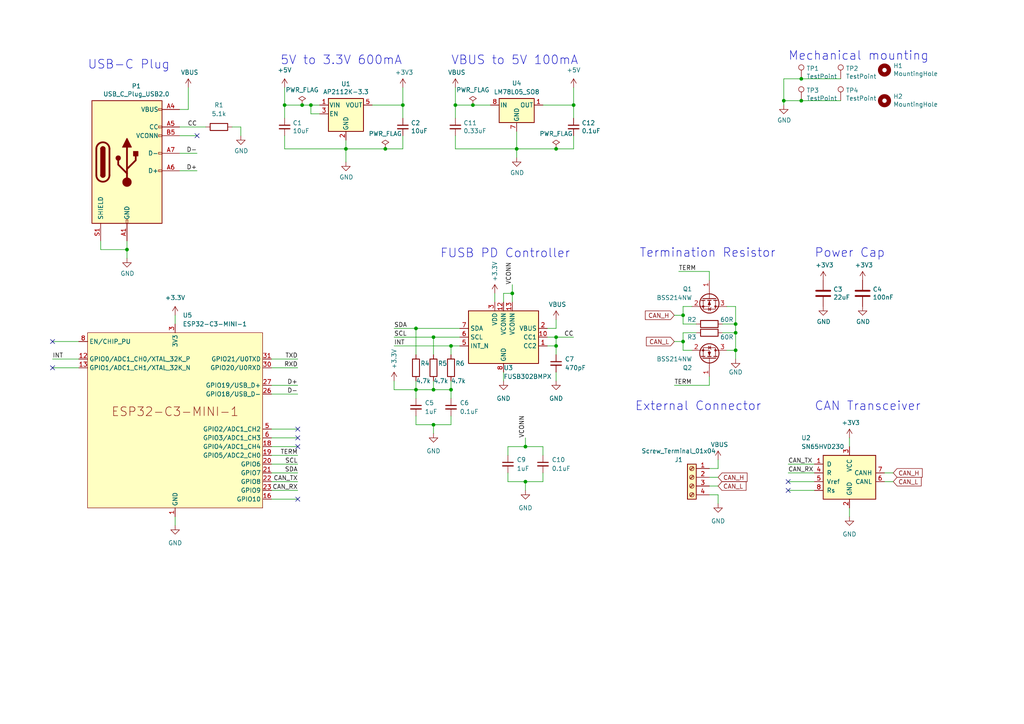
<source format=kicad_sch>
(kicad_sch (version 20230121) (generator eeschema)
  (paper "A4")
  (title_block (title "Expansion Card Template") (date "2020-12-12") (rev "X1") (company "Framework") (comment 1 "This work is licensed under a Creative Commons Attribution 4.0 International License") (comment 4 "https://frame.work"))
  (lib_symbols
    (symbol "Connector:Screw_Terminal_01x04" (pin_names (offset 1.016) hide)
      (property "Reference" "J" (at 0 5.08 0))
      (property "Value" "Screw_Terminal_01x04" (at 0 -7.62 0))
      (symbol "Screw_Terminal_01x04_1_1"
        (rectangle (start -1.27 3.81) (end 1.27 -6.35) (stroke (width 0.254)) (fill (type background)))
        (circle (center 0 -5.08) (radius 0.635) (stroke (width 0.1524)))
        (circle (center 0 -2.54) (radius 0.635) (stroke (width 0.1524)))
        (polyline (pts (xy -0.5334 -4.7498) (xy 0.3302 -5.588)) (stroke (width 0.1524)))
        (polyline (pts (xy -0.5334 -2.2098) (xy 0.3302 -3.048)) (stroke (width 0.1524)))
        (polyline (pts (xy -0.5334 0.3302) (xy 0.3302 -0.508)) (stroke (width 0.1524)))
        (polyline (pts (xy -0.5334 2.8702) (xy 0.3302 2.032)) (stroke (width 0.1524)))
        (polyline (pts (xy -0.3556 -4.572) (xy 0.508 -5.4102)) (stroke (width 0.1524)))
        (polyline (pts (xy -0.3556 -2.032) (xy 0.508 -2.8702)) (stroke (width 0.1524)))
        (polyline (pts (xy -0.3556 0.508) (xy 0.508 -0.3302)) (stroke (width 0.1524)))
        (polyline (pts (xy -0.3556 3.048) (xy 0.508 2.2098)) (stroke (width 0.1524)))
        (circle (center 0 0) (radius 0.635) (stroke (width 0.1524)))
        (circle (center 0 2.54) (radius 0.635) (stroke (width 0.1524)))
        (pin passive line (at -5.08 2.54 0) (length 3.81) (name "Pin_1") (number "1"))
        (pin passive line (at -5.08 0 0) (length 3.81) (name "Pin_2") (number "2"))
        (pin passive line (at -5.08 -2.54 0) (length 3.81) (name "Pin_3") (number "3"))
        (pin passive line (at -5.08 -5.08 0) (length 3.81) (name "Pin_4") (number "4"))
      )
    )
    (symbol "Connector:TestPoint" (pin_numbers hide) (pin_names (offset 0.762) hide)
      (property "Reference" "TP" (at 0 6.858 0))
      (property "Value" "TestPoint" (at 0 5.08 0))
      (symbol "TestPoint_0_1"
        (circle (center 0 3.302) (radius 0.762))
      )
      (symbol "TestPoint_1_1"
        (pin passive line (at 0 0 90) (length 2.54) (name "1") (number "1"))
      )
    )
    (symbol "Connector:USB_C_Plug_USB2.0" (pin_names (offset 1.016))
      (property "Reference" "P" (at -10.16 19.05 0))
      (property "Value" "USB_C_Plug_USB2.0" (at 12.7 19.05 0))
      (symbol "USB_C_Plug_USB2.0_0_0"
        (rectangle (start -0.254 -17.78) (end 0.254 -16.764))
        (rectangle (start 10.16 -2.286) (end 9.144 -2.794))
        (rectangle (start 10.16 2.794) (end 9.144 2.286))
        (rectangle (start 10.16 7.874) (end 9.144 7.366))
        (rectangle (start 10.16 10.414) (end 9.144 9.906))
        (rectangle (start 10.16 15.494) (end 9.144 14.986))
      )
      (symbol "USB_C_Plug_USB2.0_0_1"
        (rectangle (start -10.16 17.78) (end 10.16 -17.78) (stroke (width 0.254)) (fill (type background)))
        (arc (start -8.89 -3.81) (mid -6.985 -5.7067) (end -5.08 -3.81) (stroke (width 0.508)))
        (arc (start -7.62 -3.81) (mid -6.985 -4.4423) (end -6.35 -3.81) (stroke (width 0.254)))
        (arc (start -7.62 -3.81) (mid -6.985 -4.4423) (end -6.35 -3.81) (stroke (width 0.254)) (fill (type outline)))
        (rectangle (start -7.62 -3.81) (end -6.35 3.81) (stroke (width 0.254)) (fill (type outline)))
        (arc (start -6.35 3.81) (mid -6.985 4.4423) (end -7.62 3.81) (stroke (width 0.254)))
        (arc (start -6.35 3.81) (mid -6.985 4.4423) (end -7.62 3.81) (stroke (width 0.254)) (fill (type outline)))
        (arc (start -5.08 3.81) (mid -6.985 5.7067) (end -8.89 3.81) (stroke (width 0.508)))
        (circle (center -2.54 1.143) (radius 0.635) (stroke (width 0.254)) (fill (type outline)))
        (circle (center 0 -5.842) (radius 1.27) (fill (type outline)))
        (polyline (pts (xy -8.89 -3.81) (xy -8.89 3.81)) (stroke (width 0.508)))
        (polyline (pts (xy -5.08 3.81) (xy -5.08 -3.81)) (stroke (width 0.508)))
        (polyline (pts (xy 0 -5.842) (xy 0 4.318)) (stroke (width 0.508)))
        (polyline (pts (xy 0 -3.302) (xy -2.54 -0.762) (xy -2.54 0.508)) (stroke (width 0.508)))
        (polyline (pts (xy 0 -2.032) (xy 2.54 0.508) (xy 2.54 1.778)) (stroke (width 0.508)))
        (polyline (pts (xy -1.27 4.318) (xy 0 6.858) (xy 1.27 4.318) (xy -1.27 4.318)) (stroke (width 0.254)) (fill (type outline)))
        (rectangle (start 1.905 1.778) (end 3.175 3.048) (stroke (width 0.254)) (fill (type outline)))
      )
      (symbol "USB_C_Plug_USB2.0_1_1"
        (pin passive line (at 0 -22.86 90) (length 5.08) (name "GND") (number "A1"))
        (pin passive line (at 0 -22.86 90) (length 5.08) hide (name "GND") (number "A12"))
        (pin passive line (at 15.24 15.24 180) (length 5.08) (name "VBUS") (number "A4"))
        (pin bidirectional line (at 15.24 10.16 180) (length 5.08) (name "CC") (number "A5"))
        (pin bidirectional line (at 15.24 -2.54 180) (length 5.08) (name "D+") (number "A6"))
        (pin bidirectional line (at 15.24 2.54 180) (length 5.08) (name "D-") (number "A7"))
        (pin passive line (at 15.24 15.24 180) (length 5.08) hide (name "VBUS") (number "A9"))
        (pin passive line (at 0 -22.86 90) (length 5.08) hide (name "GND") (number "B1"))
        (pin passive line (at 0 -22.86 90) (length 5.08) hide (name "GND") (number "B12"))
        (pin passive line (at 15.24 15.24 180) (length 5.08) hide (name "VBUS") (number "B4"))
        (pin bidirectional line (at 15.24 7.62 180) (length 5.08) (name "VCONN") (number "B5"))
        (pin passive line (at 15.24 15.24 180) (length 5.08) hide (name "VBUS") (number "B9"))
        (pin passive line (at -7.62 -22.86 90) (length 5.08) (name "SHIELD") (number "S1"))
      )
    )
    (symbol "Device:C" (pin_numbers hide) (pin_names (offset 0.254))
      (property "Reference" "C" (at 0.635 2.54 0))
      (property "Value" "C" (at 0.635 -2.54 0))
      (symbol "C_0_1"
        (polyline (pts (xy -2.032 -0.762) (xy 2.032 -0.762)) (stroke (width 0.508)))
        (polyline (pts (xy -2.032 0.762) (xy 2.032 0.762)) (stroke (width 0.508)))
      )
      (symbol "C_1_1"
        (pin passive line (at 0 3.81 270) (length 2.794) (name "~") (number "1"))
        (pin passive line (at 0 -3.81 90) (length 2.794) (name "~") (number "2"))
      )
    )
    (symbol "Device:C_Small" (pin_numbers hide) (pin_names (offset 0.254) hide)
      (property "Reference" "C" (at 0.254 1.778 0))
      (property "Value" "C_Small" (at 0.254 -2.032 0))
      (symbol "C_Small_0_1"
        (polyline (pts (xy -1.524 -0.508) (xy 1.524 -0.508)) (stroke (width 0.3302)))
        (polyline (pts (xy -1.524 0.508) (xy 1.524 0.508)) (stroke (width 0.3048)))
      )
      (symbol "C_Small_1_1"
        (pin passive line (at 0 2.54 270) (length 2.032) (name "~") (number "1"))
        (pin passive line (at 0 -2.54 90) (length 2.032) (name "~") (number "2"))
      )
    )
    (symbol "Device:R" (pin_numbers hide) (pin_names (offset 0))
      (property "Reference" "R" (at 2.032 0 90))
      (property "Value" "R" (at 0 0 90))
      (symbol "R_0_1"
        (rectangle (start -1.016 -2.54) (end 1.016 2.54) (stroke (width 0.254)))
      )
      (symbol "R_1_1"
        (pin passive line (at 0 3.81 270) (length 1.27) (name "~") (number "1"))
        (pin passive line (at 0 -3.81 90) (length 1.27) (name "~") (number "2"))
      )
    )
    (symbol "Espressif:ESP32-C3-MINI-1"
      (property "Reference" "U" (at -25.4 30.48 0))
      (property "Value" "ESP32-C3-MINI-1" (at -25.4 27.94 0))
      (symbol "ESP32-C3-MINI-1_0_0"
        (text "ESP32-C3-MINI-1" (at 0 2.54 0) (effects (font (size 2.54 2.54))))
      )
      (symbol "ESP32-C3-MINI-1_0_1"
        (rectangle (start -25.4 25.4) (end 25.4 -25.4) (fill (type background)))
      )
      (symbol "ESP32-C3-MINI-1_1_1"
        (pin power_in line (at 0 -27.94 90) (length 2.54) (name "GND") (number "1"))
        (pin no_connect line (at -25.4 2.54 0) (length 2.54) hide (name "NC") (number "10"))
        (pin passive line (at 0 -27.94 90) (length 2.54) hide (name "GND") (number "11"))
        (pin bidirectional line (at -27.94 17.78 0) (length 2.54) (name "GPIO0/ADC1_CH0/XTAL_32K_P") (number "12"))
        (pin bidirectional line (at -27.94 15.24 0) (length 2.54) (name "GPIO1/ADC1_CH1/XTAL_32K_N") (number "13"))
        (pin passive line (at 0 -27.94 90) (length 2.54) hide (name "GND") (number "14"))
        (pin no_connect line (at -25.4 0 0) (length 2.54) hide (name "NC") (number "15"))
        (pin bidirectional line (at 27.94 -22.86 180) (length 2.54) (name "GPIO10") (number "16"))
        (pin no_connect line (at -25.4 -2.54 0) (length 2.54) hide (name "NC") (number "17"))
        (pin bidirectional line (at 27.94 -7.62 180) (length 2.54) (name "GPIO4/ADC1_CH4") (number "18"))
        (pin bidirectional line (at 27.94 -10.16 180) (length 2.54) (name "GPIO5/ADC2_CH0") (number "19"))
        (pin passive line (at 0 -27.94 90) (length 2.54) hide (name "GND") (number "2"))
        (pin bidirectional line (at 27.94 -12.7 180) (length 2.54) (name "GPIO6") (number "20"))
        (pin bidirectional line (at 27.94 -15.24 180) (length 2.54) (name "GPIO7") (number "21"))
        (pin bidirectional line (at 27.94 -17.78 180) (length 2.54) (name "GPIO8") (number "22"))
        (pin bidirectional line (at 27.94 -20.32 180) (length 2.54) (name "GPIO9") (number "23"))
        (pin no_connect line (at -25.4 -5.08 0) (length 2.54) hide (name "NC") (number "24"))
        (pin no_connect line (at -25.4 -7.62 0) (length 2.54) hide (name "NC") (number "25"))
        (pin bidirectional line (at 27.94 7.62 180) (length 2.54) (name "GPIO18/USB_D-") (number "26"))
        (pin bidirectional line (at 27.94 10.16 180) (length 2.54) (name "GPIO19/USB_D+") (number "27"))
        (pin no_connect line (at -25.4 -10.16 0) (length 2.54) hide (name "NC") (number "28"))
        (pin no_connect line (at -25.4 -12.7 0) (length 2.54) hide (name "NC") (number "29"))
        (pin power_in line (at 0 27.94 270) (length 2.54) (name "3V3") (number "3"))
        (pin bidirectional line (at 27.94 15.24 180) (length 2.54) (name "GPIO20/U0RXD") (number "30"))
        (pin bidirectional line (at 27.94 17.78 180) (length 2.54) (name "GPIO21/U0TXD") (number "31"))
        (pin no_connect line (at -25.4 -15.24 0) (length 2.54) hide (name "NC") (number "32"))
        (pin no_connect line (at -25.4 -17.78 0) (length 2.54) hide (name "NC") (number "33"))
        (pin no_connect line (at -25.4 -20.32 0) (length 2.54) hide (name "NC") (number "34"))
        (pin no_connect line (at -25.4 -22.86 0) (length 2.54) hide (name "NC") (number "35"))
        (pin passive line (at 0 -27.94 90) (length 2.54) hide (name "GND") (number "36"))
        (pin passive line (at 0 -27.94 90) (length 2.54) hide (name "GND") (number "37"))
        (pin passive line (at 0 -27.94 90) (length 2.54) hide (name "GND") (number "38"))
        (pin passive line (at 0 -27.94 90) (length 2.54) hide (name "GND") (number "39"))
        (pin no_connect line (at -25.4 10.16 0) (length 2.54) hide (name "NC") (number "4"))
        (pin passive line (at 0 -27.94 90) (length 2.54) hide (name "GND") (number "40"))
        (pin passive line (at 0 -27.94 90) (length 2.54) hide (name "GND") (number "41"))
        (pin passive line (at 0 -27.94 90) (length 2.54) hide (name "GND") (number "42"))
        (pin passive line (at 0 -27.94 90) (length 2.54) hide (name "GND") (number "43"))
        (pin passive line (at 0 -27.94 90) (length 2.54) hide (name "GND") (number "44"))
        (pin passive line (at 0 -27.94 90) (length 2.54) hide (name "GND") (number "45"))
        (pin passive line (at 0 -27.94 90) (length 2.54) hide (name "GND") (number "46"))
        (pin passive line (at 0 -27.94 90) (length 2.54) hide (name "GND") (number "47"))
        (pin passive line (at 0 -27.94 90) (length 2.54) hide (name "GND") (number "48"))
        (pin passive line (at 0 -27.94 90) (length 2.54) hide (name "GND") (number "49"))
        (pin bidirectional line (at 27.94 -2.54 180) (length 2.54) (name "GPIO2/ADC1_CH2") (number "5"))
        (pin passive line (at 0 -27.94 90) (length 2.54) hide (name "GND") (number "50"))
        (pin passive line (at 0 -27.94 90) (length 2.54) hide (name "GND") (number "51"))
        (pin passive line (at 0 -27.94 90) (length 2.54) hide (name "GND") (number "52"))
        (pin passive line (at 0 -27.94 90) (length 2.54) hide (name "GND") (number "53"))
        (pin bidirectional line (at 27.94 -5.08 180) (length 2.54) (name "GPIO3/ADC1_CH3") (number "6"))
        (pin no_connect line (at -25.4 7.62 0) (length 2.54) hide (name "NC") (number "7"))
        (pin input line (at -27.94 22.86 0) (length 2.54) (name "EN/CHIP_PU") (number "8"))
        (pin no_connect line (at -25.4 5.08 0) (length 2.54) hide (name "NC") (number "9"))
      )
    )
    (symbol "Expansion_Card-rescue:+3.3V-power" (power) (pin_names (offset 0))
      (property "Value" "+3.3V-power" (at 0 3.556 0))
      (symbol "+3.3V-power_0_1"
        (polyline (pts (xy -0.762 1.27) (xy 0 2.54)))
        (polyline (pts (xy 0 0) (xy 0 2.54)))
        (polyline (pts (xy 0 2.54) (xy 0.762 1.27)))
      )
      (symbol "+3.3V-power_1_1"
        (pin power_in line (at 0 0 90) (length 0) hide (name "+3V3") (number "1"))
      )
    )
    (symbol "GND_1" (power) (pin_names (offset 0))
      (property "Value" "GND_1" (at 0 -3.81 0))
      (symbol "GND_1_0_1"
        (polyline (pts (xy 0 0) (xy 0 -1.27) (xy 1.27 -1.27) (xy 0 -2.54) (xy -1.27 -1.27) (xy 0 -1.27)))
      )
      (symbol "GND_1_1_1"
        (pin power_in line (at 0 0 270) (length 0) hide (name "GND") (number "1"))
      )
    )
    (symbol "GND_2" (power) (pin_names (offset 0))
      (property "Value" "GND_2" (at 0 -3.81 0))
      (symbol "GND_2_0_1"
        (polyline (pts (xy 0 0) (xy 0 -1.27) (xy 1.27 -1.27) (xy 0 -2.54) (xy -1.27 -1.27) (xy 0 -1.27)))
      )
      (symbol "GND_2_1_1"
        (pin power_in line (at 0 0 270) (length 0) hide (name "GND") (number "1"))
      )
    )
    (symbol "GND_3" (power) (pin_names (offset 0))
      (property "Value" "GND_3" (at 0 -3.81 0))
      (symbol "GND_3_0_1"
        (polyline (pts (xy 0 0) (xy 0 -1.27) (xy 1.27 -1.27) (xy 0 -2.54) (xy -1.27 -1.27) (xy 0 -1.27)))
      )
      (symbol "GND_3_1_1"
        (pin power_in line (at 0 0 270) (length 0) hide (name "GND") (number "1"))
      )
    )
    (symbol "GND_4" (power) (pin_names (offset 0))
      (property "Value" "GND_4" (at 0 -3.81 0))
      (symbol "GND_4_0_1"
        (polyline (pts (xy 0 0) (xy 0 -1.27) (xy 1.27 -1.27) (xy 0 -2.54) (xy -1.27 -1.27) (xy 0 -1.27)))
      )
      (symbol "GND_4_1_1"
        (pin power_in line (at 0 0 270) (length 0) hide (name "GND") (number "1"))
      )
    )
    (symbol "Interface_CAN_LIN:SN65HVD230" (pin_names (offset 1.016))
      (property "Reference" "U" (at -2.54 10.16 0))
      (property "Value" "SN65HVD230" (at -2.54 7.62 0))
      (symbol "SN65HVD230_0_1"
        (rectangle (start -7.62 5.08) (end 7.62 -7.62) (stroke (width 0.254)) (fill (type background)))
      )
      (symbol "SN65HVD230_1_1"
        (pin input line (at -10.16 2.54 0) (length 2.54) (name "D") (number "1"))
        (pin power_in line (at 0 -10.16 90) (length 2.54) (name "GND") (number "2"))
        (pin power_in line (at 0 7.62 270) (length 2.54) (name "VCC") (number "3"))
        (pin output line (at -10.16 0 0) (length 2.54) (name "R") (number "4"))
        (pin output line (at -10.16 -2.54 0) (length 2.54) (name "Vref") (number "5"))
        (pin bidirectional line (at 10.16 -2.54 180) (length 2.54) (name "CANL") (number "6"))
        (pin bidirectional line (at 10.16 0 180) (length 2.54) (name "CANH") (number "7"))
        (pin input line (at -10.16 -5.08 0) (length 2.54) (name "Rs") (number "8"))
      )
    )
    (symbol "Interface_USB:FUSB302BMPX"
      (property "Reference" "U" (at -10.16 8.89 0))
      (property "Value" "FUSB302BMPX" (at 3.81 8.89 0))
      (symbol "FUSB302BMPX_0_1"
        (rectangle (start -10.16 7.62) (end 10.16 -7.62) (stroke (width 0.254)) (fill (type background)))
      )
      (symbol "FUSB302BMPX_1_1"
        (pin bidirectional line (at 12.7 -2.54 180) (length 2.54) (name "CC2") (number "1"))
        (pin bidirectional line (at 12.7 0 180) (length 2.54) (name "CC1") (number "10"))
        (pin bidirectional line (at 12.7 0 180) (length 2.54) hide (name "CC1") (number "11"))
        (pin power_in line (at 0 10.16 270) (length 2.54) (name "VCONN") (number "12"))
        (pin power_in line (at 2.54 10.16 270) (length 2.54) (name "VCONN") (number "13"))
        (pin bidirectional line (at 12.7 -2.54 180) (length 2.54) hide (name "CC2") (number "14"))
        (pin passive line (at 0 -10.16 90) (length 2.54) hide (name "GND") (number "15"))
        (pin input line (at 12.7 2.54 180) (length 2.54) (name "VBUS") (number "2"))
        (pin power_in line (at -2.54 10.16 270) (length 2.54) (name "VDD") (number "3"))
        (pin passive line (at -2.54 10.16 270) (length 2.54) hide (name "VDD") (number "4"))
        (pin open_collector line (at -12.7 -2.54 0) (length 2.54) (name "INT_N") (number "5"))
        (pin input line (at -12.7 0 0) (length 2.54) (name "SCL") (number "6"))
        (pin bidirectional line (at -12.7 2.54 0) (length 2.54) (name "SDA") (number "7"))
        (pin power_in line (at 0 -10.16 90) (length 2.54) (name "GND") (number "8"))
        (pin passive line (at 0 -10.16 90) (length 2.54) hide (name "GND") (number "9"))
      )
    )
    (symbol "Mechanical:MountingHole" (pin_names (offset 1.016))
      (property "Reference" "H" (at 0 5.08 0))
      (property "Value" "MountingHole" (at 0 3.175 0))
      (symbol "MountingHole_0_1"
        (circle (center 0 0) (radius 1.27) (stroke (width 1.27)))
      )
    )
    (symbol "Regulator_Linear:AP2112K-3.3" (pin_names (offset 0.254))
      (property "Reference" "U" (at -5.08 5.715 0))
      (property "Value" "AP2112K-3.3" (at 0 5.715 0))
      (symbol "AP2112K-3.3_0_1"
        (rectangle (start -5.08 4.445) (end 5.08 -5.08) (stroke (width 0.254)) (fill (type background)))
      )
      (symbol "AP2112K-3.3_1_1"
        (pin power_in line (at -7.62 2.54 0) (length 2.54) (name "VIN") (number "1"))
        (pin power_in line (at 0 -7.62 90) (length 2.54) (name "GND") (number "2"))
        (pin input line (at -7.62 0 0) (length 2.54) (name "EN") (number "3"))
        (pin no_connect line (at 5.08 0 180) (length 2.54) hide (name "NC") (number "4"))
        (pin power_out line (at 7.62 2.54 180) (length 2.54) (name "VOUT") (number "5"))
      )
    )
    (symbol "Regulator_Linear:LM78L05_SO8" (pin_names (offset 0.254))
      (property "Reference" "U" (at -3.81 3.175 0))
      (property "Value" "LM78L05_SO8" (at 0 3.175 0))
      (symbol "LM78L05_SO8_0_1"
        (rectangle (start -5.08 1.905) (end 5.08 -5.08) (stroke (width 0.254)) (fill (type background)))
      )
      (symbol "LM78L05_SO8_1_1"
        (pin power_out line (at 7.62 0 180) (length 2.54) (name "OUT") (number "1"))
        (pin passive line (at 0 -7.62 90) (length 2.54) hide (name "GND") (number "2"))
        (pin passive line (at 0 -7.62 90) (length 2.54) hide (name "GND") (number "3"))
        (pin no_connect line (at -5.08 -2.54 0) (length 2.54) hide (name "NC") (number "4"))
        (pin no_connect line (at 5.08 -2.54 180) (length 2.54) hide (name "NC") (number "5"))
        (pin passive line (at 0 -7.62 90) (length 2.54) hide (name "GND") (number "6"))
        (pin power_in line (at 0 -7.62 90) (length 2.54) (name "GND") (number "7"))
        (pin power_in line (at -7.62 0 0) (length 2.54) (name "IN") (number "8"))
      )
    )
    (symbol "Transistor_FET:BSS214NW" (pin_names hide)
      (property "Reference" "Q" (at 5.08 1.905 0))
      (property "Value" "BSS214NW" (at 5.08 0 0))
      (symbol "BSS214NW_0_1"
        (polyline (pts (xy 0.254 0) (xy -2.54 0)))
        (polyline (pts (xy 0.254 1.905) (xy 0.254 -1.905)) (stroke (width 0.254)))
        (polyline (pts (xy 0.762 -1.27) (xy 0.762 -2.286)) (stroke (width 0.254)))
        (polyline (pts (xy 0.762 0.508) (xy 0.762 -0.508)) (stroke (width 0.254)))
        (polyline (pts (xy 0.762 2.286) (xy 0.762 1.27)) (stroke (width 0.254)))
        (polyline (pts (xy 2.54 2.54) (xy 2.54 1.778)))
        (polyline (pts (xy 2.54 -2.54) (xy 2.54 0) (xy 0.762 0)))
        (polyline (pts (xy 0.762 -1.778) (xy 3.302 -1.778) (xy 3.302 1.778) (xy 0.762 1.778)))
        (polyline (pts (xy 1.016 0) (xy 2.032 0.381) (xy 2.032 -0.381) (xy 1.016 0)) (fill (type outline)))
        (polyline (pts (xy 2.794 0.508) (xy 2.921 0.381) (xy 3.683 0.381) (xy 3.81 0.254)))
        (polyline (pts (xy 3.302 0.381) (xy 2.921 -0.254) (xy 3.683 -0.254) (xy 3.302 0.381)))
        (circle (center 1.651 0) (radius 2.794) (stroke (width 0.254)))
        (circle (center 2.54 -1.778) (radius 0.254) (fill (type outline)))
        (circle (center 2.54 1.778) (radius 0.254) (fill (type outline)))
      )
      (symbol "BSS214NW_1_1"
        (pin input line (at -5.08 0 0) (length 2.54) (name "G") (number "1"))
        (pin passive line (at 2.54 -5.08 90) (length 2.54) (name "S") (number "2"))
        (pin passive line (at 2.54 5.08 270) (length 2.54) (name "D") (number "3"))
      )
    )
    (symbol "power:+3.3V" (power) (pin_names (offset 0))
      (property "Value" "+3.3V" (at 0 3.556 0))
      (symbol "+3.3V_0_1"
        (polyline (pts (xy -0.762 1.27) (xy 0 2.54)))
        (polyline (pts (xy 0 0) (xy 0 2.54)))
        (polyline (pts (xy 0 2.54) (xy 0.762 1.27)))
      )
      (symbol "+3.3V_1_1"
        (pin power_in line (at 0 0 90) (length 0) hide (name "+3.3V") (number "1"))
      )
    )
    (symbol "power:+3V3" (power) (pin_names (offset 0))
      (property "Value" "+3V3" (at 0 3.556 0))
      (symbol "+3V3_0_1"
        (polyline (pts (xy -0.762 1.27) (xy 0 2.54)))
        (polyline (pts (xy 0 0) (xy 0 2.54)))
        (polyline (pts (xy 0 2.54) (xy 0.762 1.27)))
      )
      (symbol "+3V3_1_1"
        (pin power_in line (at 0 0 90) (length 0) hide (name "+3V3") (number "1"))
      )
    )
    (symbol "power:+5V" (power) (pin_names (offset 0))
      (property "Value" "+5V" (at 0 3.556 0))
      (symbol "+5V_0_1"
        (polyline (pts (xy -0.762 1.27) (xy 0 2.54)))
        (polyline (pts (xy 0 0) (xy 0 2.54)))
        (polyline (pts (xy 0 2.54) (xy 0.762 1.27)))
      )
      (symbol "+5V_1_1"
        (pin power_in line (at 0 0 90) (length 0) hide (name "+5V") (number "1"))
      )
    )
    (symbol "power:GND" (power) (pin_names (offset 0))
      (property "Value" "GND" (at 0 -3.81 0))
      (symbol "GND_0_1"
        (polyline (pts (xy 0 0) (xy 0 -1.27) (xy 1.27 -1.27) (xy 0 -2.54) (xy -1.27 -1.27) (xy 0 -1.27)))
      )
      (symbol "GND_1_1"
        (pin power_in line (at 0 0 270) (length 0) hide (name "GND") (number "1"))
      )
    )
    (symbol "power:PWR_FLAG" (power) (pin_numbers hide) (pin_names (offset 0) hide)
      (property "Value" "PWR_FLAG" (at 0 3.81 0))
      (symbol "PWR_FLAG_0_0"
        (pin power_out line (at 0 0 90) (length 0) (name "pwr") (number "1"))
      )
      (symbol "PWR_FLAG_0_1"
        (polyline (pts (xy 0 0) (xy 0 1.27) (xy -1.016 1.905) (xy 0 2.54) (xy 1.016 1.905) (xy 0 1.27)))
      )
    )
    (symbol "power:VBUS" (power) (pin_names (offset 0))
      (property "Value" "VBUS" (at 0 3.81 0))
      (symbol "VBUS_0_1"
        (polyline (pts (xy -0.762 1.27) (xy 0 2.54)))
        (polyline (pts (xy 0 0) (xy 0 2.54)))
        (polyline (pts (xy 0 2.54) (xy 0.762 1.27)))
      )
      (symbol "VBUS_1_1"
        (pin power_in line (at 0 0 90) (length 0) hide (name "VBUS") (number "1"))
      )
    )
  )
  (junction (at 82.55 30.48))
  (junction (at 120.65 95.25))
  (junction (at 152.4 129.54))
  (junction (at 130.81 100.33))
  (junction (at 161.29 97.79))
  (junction (at 213.36 93.98))
  (junction (at 87.63 30.48))
  (junction (at 149.86 43.18))
  (junction (at 213.36 101.6))
  (junction (at 213.36 96.52))
  (junction (at 130.81 113.03))
  (junction (at 36.83 72.39))
  (junction (at 232.41 22.86))
  (junction (at 198.12 99.06))
  (junction (at 125.73 123.19))
  (junction (at 100.33 43.18))
  (junction (at 148.59 85.09))
  (junction (at 116.84 30.48))
  (junction (at 232.41 29.21))
  (junction (at 137.16 30.48))
  (junction (at 227.33 29.21))
  (junction (at 111.76 43.18))
  (junction (at 90.17 30.48))
  (junction (at 161.29 100.33))
  (junction (at 152.4 139.7))
  (junction (at 161.29 43.18))
  (junction (at 125.73 97.79))
  (junction (at 166.37 30.48))
  (junction (at 132.08 30.48))
  (junction (at 120.65 113.03))
  (junction (at 198.12 91.44))
  (junction (at 125.73 113.03))
  (no_connect (at 86.36 144.78))
  (no_connect (at 86.36 129.54))
  (no_connect (at 86.36 127))
  (no_connect (at 15.24 99.06))
  (no_connect (at 228.6 142.24))
  (no_connect (at 57.15 39.37))
  (no_connect (at 15.24 106.68))
  (no_connect (at 86.36 124.46))
  (no_connect (at 228.6 139.7))
  (wire (pts (xy 114.3 100.33) (xy 130.81 100.33)))
  (wire (pts (xy 125.73 97.79) (xy 125.73 102.87)))
  (wire (pts (xy 227.33 22.86) (xy 227.33 29.21)))
  (wire (pts (xy 228.6 137.16) (xy 236.22 137.16)))
  (wire (pts (xy 137.16 30.48) (xy 142.24 30.48)))
  (wire (pts (xy 86.36 142.24) (xy 78.74 142.24)))
  (wire (pts (xy 208.28 133.35) (xy 208.28 135.89)))
  (wire (pts (xy 161.29 107.95) (xy 161.29 110.49)))
  (wire (pts (xy 120.65 120.65) (xy 120.65 123.19)))
  (wire (pts (xy 15.24 99.06) (xy 22.86 99.06)))
  (wire (pts (xy 29.21 72.39) (xy 36.83 72.39)))
  (wire (pts (xy 125.73 110.49) (xy 125.73 113.03)))
  (wire (pts (xy 210.82 88.9) (xy 213.36 88.9)))
  (wire (pts (xy 198.12 93.98) (xy 201.93 93.98)))
  (wire (pts (xy 86.36 132.08) (xy 78.74 132.08)))
  (wire (pts (xy 52.07 36.83) (xy 59.69 36.83)))
  (wire (pts (xy 57.15 49.53) (xy 52.07 49.53)))
  (wire (pts (xy 158.75 95.25) (xy 161.29 95.25)))
  (wire (pts (xy 86.36 124.46) (xy 78.74 124.46)))
  (wire (pts (xy 147.32 139.7) (xy 152.4 139.7)))
  (wire (pts (xy 161.29 92.71) (xy 161.29 95.25)))
  (wire (pts (xy 87.63 30.48) (xy 90.17 30.48)))
  (wire (pts (xy 78.74 137.16) (xy 86.36 137.16)))
  (wire (pts (xy 120.65 95.25) (xy 120.65 102.87)))
  (wire (pts (xy 92.71 33.02) (xy 90.17 33.02)))
  (wire (pts (xy 100.33 40.64) (xy 100.33 43.18)))
  (wire (pts (xy 86.36 129.54) (xy 78.74 129.54)))
  (wire (pts (xy 198.12 99.06) (xy 198.12 96.52)))
  (wire (pts (xy 78.74 111.76) (xy 86.36 111.76)))
  (wire (pts (xy 15.24 104.14) (xy 22.86 104.14)))
  (wire (pts (xy 246.38 147.32) (xy 246.38 149.86)))
  (wire (pts (xy 130.81 113.03) (xy 130.81 115.57)))
  (wire (pts (xy 246.38 127) (xy 246.38 129.54)))
  (wire (pts (xy 227.33 30.48) (xy 227.33 29.21)))
  (wire (pts (xy 213.36 101.6) (xy 213.36 104.14)))
  (wire (pts (xy 125.73 113.03) (xy 130.81 113.03)))
  (wire (pts (xy 198.12 88.9) (xy 200.66 88.9)))
  (wire (pts (xy 116.84 34.29) (xy 116.84 30.48)))
  (wire (pts (xy 120.65 113.03) (xy 125.73 113.03)))
  (wire (pts (xy 132.08 39.37) (xy 132.08 43.18)))
  (wire (pts (xy 213.36 93.98) (xy 213.36 88.9)))
  (wire (pts (xy 198.12 96.52) (xy 201.93 96.52)))
  (wire (pts (xy 148.59 85.09) (xy 148.59 82.55)))
  (wire (pts (xy 157.48 30.48) (xy 166.37 30.48)))
  (wire (pts (xy 111.76 43.18) (xy 116.84 43.18)))
  (wire (pts (xy 213.36 96.52) (xy 213.36 101.6)))
  (wire (pts (xy 147.32 129.54) (xy 152.4 129.54)))
  (wire (pts (xy 107.95 30.48) (xy 116.84 30.48)))
  (wire (pts (xy 36.83 72.39) (xy 36.83 69.85)))
  (wire (pts (xy 198.12 101.6) (xy 200.66 101.6)))
  (wire (pts (xy 209.55 93.98) (xy 213.36 93.98)))
  (wire (pts (xy 195.58 91.44) (xy 198.12 91.44)))
  (wire (pts (xy 82.55 34.29) (xy 82.55 30.48)))
  (wire (pts (xy 147.32 137.16) (xy 147.32 139.7)))
  (wire (pts (xy 52.07 31.75) (xy 54.61 31.75)))
  (wire (pts (xy 54.61 31.75) (xy 54.61 25.4)))
  (wire (pts (xy 57.15 44.45) (xy 52.07 44.45)))
  (wire (pts (xy 82.55 39.37) (xy 82.55 43.18)))
  (wire (pts (xy 130.81 100.33) (xy 130.81 102.87)))
  (wire (pts (xy 259.08 137.16) (xy 256.54 137.16)))
  (wire (pts (xy 120.65 123.19) (xy 125.73 123.19)))
  (wire (pts (xy 143.51 87.63) (xy 143.51 85.09)))
  (wire (pts (xy 132.08 34.29) (xy 132.08 30.48)))
  (wire (pts (xy 148.59 85.09) (xy 146.05 85.09)))
  (wire (pts (xy 228.6 142.24) (xy 236.22 142.24)))
  (wire (pts (xy 82.55 43.18) (xy 100.33 43.18)))
  (wire (pts (xy 100.33 43.18) (xy 100.33 46.99)))
  (wire (pts (xy 166.37 25.4) (xy 166.37 30.48)))
  (wire (pts (xy 232.41 22.86) (xy 227.33 22.86)))
  (wire (pts (xy 120.65 113.03) (xy 120.65 115.57)))
  (wire (pts (xy 78.74 104.14) (xy 86.36 104.14)))
  (wire (pts (xy 120.65 95.25) (xy 133.35 95.25)))
  (wire (pts (xy 114.3 113.03) (xy 120.65 113.03)))
  (wire (pts (xy 125.73 123.19) (xy 130.81 123.19)))
  (wire (pts (xy 29.21 69.85) (xy 29.21 72.39)))
  (wire (pts (xy 69.85 36.83) (xy 67.31 36.83)))
  (wire (pts (xy 158.75 97.79) (xy 161.29 97.79)))
  (wire (pts (xy 152.4 139.7) (xy 152.4 142.24)))
  (wire (pts (xy 78.74 106.68) (xy 86.36 106.68)))
  (wire (pts (xy 213.36 101.6) (xy 210.82 101.6)))
  (wire (pts (xy 158.75 100.33) (xy 161.29 100.33)))
  (wire (pts (xy 161.29 43.18) (xy 166.37 43.18)))
  (wire (pts (xy 116.84 39.37) (xy 116.84 43.18)))
  (wire (pts (xy 205.74 143.51) (xy 208.28 143.51)))
  (wire (pts (xy 125.73 97.79) (xy 133.35 97.79)))
  (wire (pts (xy 161.29 100.33) (xy 161.29 102.87)))
  (wire (pts (xy 86.36 139.7) (xy 78.74 139.7)))
  (wire (pts (xy 148.59 87.63) (xy 148.59 85.09)))
  (wire (pts (xy 90.17 30.48) (xy 92.71 30.48)))
  (wire (pts (xy 228.6 134.62) (xy 236.22 134.62)))
  (wire (pts (xy 161.29 97.79) (xy 161.29 100.33)))
  (wire (pts (xy 205.74 135.89) (xy 208.28 135.89)))
  (wire (pts (xy 198.12 99.06) (xy 198.12 101.6)))
  (wire (pts (xy 130.81 100.33) (xy 133.35 100.33)))
  (wire (pts (xy 78.74 114.3) (xy 86.36 114.3)))
  (wire (pts (xy 132.08 25.4) (xy 132.08 30.48)))
  (wire (pts (xy 157.48 129.54) (xy 157.48 132.08)))
  (wire (pts (xy 82.55 30.48) (xy 87.63 30.48)))
  (wire (pts (xy 100.33 43.18) (xy 111.76 43.18)))
  (wire (pts (xy 36.83 74.93) (xy 36.83 72.39)))
  (wire (pts (xy 149.86 43.18) (xy 149.86 45.72)))
  (wire (pts (xy 166.37 34.29) (xy 166.37 30.48)))
  (wire (pts (xy 15.24 106.68) (xy 22.86 106.68)))
  (wire (pts (xy 161.29 97.79) (xy 166.37 97.79)))
  (wire (pts (xy 130.81 120.65) (xy 130.81 123.19)))
  (wire (pts (xy 57.15 39.37) (xy 52.07 39.37)))
  (wire (pts (xy 132.08 43.18) (xy 149.86 43.18)))
  (wire (pts (xy 147.32 129.54) (xy 147.32 132.08)))
  (wire (pts (xy 86.36 144.78) (xy 78.74 144.78)))
  (wire (pts (xy 146.05 107.95) (xy 146.05 110.49)))
  (wire (pts (xy 114.3 97.79) (xy 125.73 97.79)))
  (wire (pts (xy 114.3 110.49) (xy 114.3 113.03)))
  (wire (pts (xy 243.84 29.21) (xy 232.41 29.21)))
  (wire (pts (xy 195.58 111.76) (xy 205.74 111.76)))
  (wire (pts (xy 149.86 43.18) (xy 161.29 43.18)))
  (wire (pts (xy 208.28 143.51) (xy 208.28 146.05)))
  (wire (pts (xy 157.48 137.16) (xy 157.48 139.7)))
  (wire (pts (xy 78.74 134.62) (xy 86.36 134.62)))
  (wire (pts (xy 205.74 78.74) (xy 205.74 81.28)))
  (wire (pts (xy 120.65 110.49) (xy 120.65 113.03)))
  (wire (pts (xy 195.58 99.06) (xy 198.12 99.06)))
  (wire (pts (xy 132.08 30.48) (xy 137.16 30.48)))
  (wire (pts (xy 205.74 140.97) (xy 208.28 140.97)))
  (wire (pts (xy 69.85 36.83) (xy 69.85 39.37)))
  (wire (pts (xy 243.84 22.86) (xy 232.41 22.86)))
  (wire (pts (xy 125.73 123.19) (xy 125.73 125.73)))
  (wire (pts (xy 86.36 127) (xy 78.74 127)))
  (wire (pts (xy 114.3 95.25) (xy 120.65 95.25)))
  (wire (pts (xy 166.37 39.37) (xy 166.37 43.18)))
  (wire (pts (xy 196.85 78.74) (xy 205.74 78.74)))
  (wire (pts (xy 228.6 139.7) (xy 236.22 139.7)))
  (wire (pts (xy 232.41 29.21) (xy 227.33 29.21)))
  (wire (pts (xy 82.55 25.4) (xy 82.55 30.48)))
  (wire (pts (xy 256.54 139.7) (xy 259.08 139.7)))
  (wire (pts (xy 205.74 111.76) (xy 205.74 109.22)))
  (wire (pts (xy 50.8 91.44) (xy 50.8 93.98)))
  (wire (pts (xy 149.86 38.1) (xy 149.86 43.18)))
  (wire (pts (xy 130.81 110.49) (xy 130.81 113.03)))
  (wire (pts (xy 152.4 127) (xy 152.4 129.54)))
  (wire (pts (xy 198.12 88.9) (xy 198.12 91.44)))
  (wire (pts (xy 50.8 149.86) (xy 50.8 152.4)))
  (wire (pts (xy 205.74 138.43) (xy 208.28 138.43)))
  (wire (pts (xy 213.36 93.98) (xy 213.36 96.52)))
  (wire (pts (xy 146.05 87.63) (xy 146.05 85.09)))
  (wire (pts (xy 152.4 139.7) (xy 157.48 139.7)))
  (wire (pts (xy 90.17 33.02) (xy 90.17 30.48)))
  (wire (pts (xy 152.4 129.54) (xy 157.48 129.54)))
  (wire (pts (xy 209.55 96.52) (xy 213.36 96.52)))
  (wire (pts (xy 116.84 25.4) (xy 116.84 30.48)))
  (wire (pts (xy 198.12 91.44) (xy 198.12 93.98)))
  (text "CAN Transceiver" (at 236.22 119.38 0) (effects (font (size 2.54 2.54)) (justify left bottom)))
  (text "External Connector" (at 184.15 119.38 0) (effects (font (size 2.54 2.54)) (justify left bottom)))
  (text "USB-C Plug" (at 25.4 20.32 0) (effects (font (size 2.54 2.54)) (justify left bottom)))
  (text "FUSB PD Controller" (at 127.635 75.057 0) (effects (font (size 2.54 2.54)) (justify left bottom)))
  (text "VBUS to 5V 100mA" (at 130.81 19.05 0) (effects (font (size 2.54 2.54)) (justify left bottom)))
  (text "Power Cap" (at 236.22 74.93 0) (effects (font (size 2.54 2.54)) (justify left bottom)))
  (text "Termination Resistor" (at 185.42 74.93 0) (effects (font (size 2.54 2.54)) (justify left bottom)))
  (text "Mechanical mounting" (at 228.6 17.78 0) (effects (font (size 2.54 2.54)) (justify left bottom)))
  (text "5V to 3.3V 600mA" (at 81.28 19.05 0) (effects (font (size 2.54 2.54)) (justify left bottom)))
  (label "VCONN" (at 152.4 127 90))
  (label "CAN_RX" (at 86.36 142.24 180))
  (label "SCL" (at 114.3 97.79 0))
  (label "RXD" (at 86.36 106.68 180))
  (label "SCL" (at 86.36 134.62 180))
  (label "CC" (at 166.37 97.79 180))
  (label "CAN_RX" (at 228.6 137.16 0))
  (label "D+" (at 57.15 49.53 180))
  (label "INT" (at 15.24 104.14 0))
  (label "TERM" (at 196.85 78.74 0))
  (label "D+" (at 86.36 111.76 180))
  (label "SDA" (at 86.36 137.16 180))
  (label "TXD" (at 86.36 104.14 180))
  (label "TERM" (at 195.58 111.76 0))
  (label "CC" (at 57.15 36.83 180))
  (label "CAN_TX" (at 228.6 134.62 0))
  (label "TERM" (at 86.36 132.08 180))
  (label "CAN_TX" (at 86.36 139.7 180))
  (label "INT" (at 114.3 100.33 0))
  (label "D-" (at 57.15 44.45 180))
  (label "SDA" (at 114.3 95.25 0))
  (label "VCONN" (at 148.59 82.55 90))
  (label "D-" (at 86.36 114.3 180))
  (global_label "CAN_H" (shape input) (at 259.08 137.16 0) (property "Intersheetrefs" "${INTERSHEET_REFS}" (effects hide)))
  (global_label "CAN_L" (shape input) (at 208.28 140.97 0) (property "Intersheetrefs" "${INTERSHEET_REFS}" (effects hide)))
  (global_label "CAN_L" (shape input) (at 259.08 139.7 0) (property "Intersheetrefs" "${INTERSHEET_REFS}" (effects hide)))
  (global_label "CAN_H" (shape input) (at 195.58 91.44 180) (property "Intersheetrefs" "${INTERSHEET_REFS}" (effects hide)))
  (global_label "CAN_L" (shape input) (at 195.58 99.06 180) (property "Intersheetrefs" "${INTERSHEET_REFS}" (effects hide)))
  (global_label "CAN_H" (shape input) (at 208.28 138.43 0) (property "Intersheetrefs" "${INTERSHEET_REFS}" (effects hide)))
  (symbol (lib_id "Regulator_Linear:AP2112K-3.3") (at 100.33 33.02 0) (unit 1)
    (property "Reference" "U1" (at 100.33 24.3332 0))
    (property "Value" "AP2112K-3.3" (at 100.33 26.6446 0))
    (property "Footprint" "Package_TO_SOT_SMD:SOT-23-5" (effects hide))
    (property "Datasheet" "https://www.diodes.com/assets/Datasheets/AP2112.pdf" (effects hide))
  )
  (symbol (lib_id "Device:C_Small") (at 82.55 36.83 0) (unit 1)
    (property "Reference" "C1" (at 84.8868 35.6616 0) (effects (justify left)))
    (property "Value" "10uF" (at 84.8868 37.973 0) (effects (justify left)))
    (property "Footprint" "Capacitor_SMD:C_0201_0603Metric_Pad0.64x0.40mm_HandSolder" (effects hide))
  )
  (symbol (lib_id "Device:C_Small") (at 116.84 36.83 0) (unit 1)
    (property "Reference" "C2" (at 119.1768 35.6616 0) (effects (justify left)))
    (property "Value" "10uF" (at 119.1768 37.973 0) (effects (justify left)))
    (property "Footprint" "Capacitor_SMD:C_0201_0603Metric_Pad0.64x0.40mm_HandSolder" (effects hide))
  )
  (symbol (lib_id "Expansion_Card-rescue:+3.3V-power") (at 116.84 25.4 0) (unit 1)
    (property "Reference" "#PWR05" (effects hide))
    (property "Value" "+3.3V" (at 117.221 21.0058 0))
  )
  (symbol (lib_id "power:GND") (at 100.33 46.99 0) (unit 1)
    (property "Reference" "#PWR06" (effects hide))
    (property "Value" "GND" (at 100.457 51.3842 0))
  )
  (symbol (lib_id "Connector:USB_C_Plug_USB2.0") (at 36.83 46.99 0) (unit 1)
    (property "Reference" "P1" (at 39.5478 24.9682 0))
    (property "Value" "USB_C_Plug_USB2.0" (at 39.5478 27.2796 0))
    (property "Datasheet" "https://www.usb.org/sites/default/files/documents/usb_type-c.zip" (effects hide))
  )
  (symbol (lib_id "power:GND") (at 36.83 74.93 0) (unit 1)
    (property "Reference" "#PWR01" (effects hide))
    (property "Value" "GND" (at 36.957 79.3242 0))
  )
  (symbol (lib_id "power:GND") (at 69.85 39.37 0) (unit 1)
    (property "Reference" "#PWR03" (effects hide))
    (property "Value" "GND" (at 69.977 43.7642 0))
  )
  (symbol (lib_id "power:VBUS") (at 54.61 25.4 0) (unit 1)
    (property "Reference" "#PWR02" (effects hide))
    (property "Value" "VBUS" (at 54.991 21.0058 0))
  )
  (symbol (lib_id "Mechanical:MountingHole") (at 256.54 20.32 0) (unit 1)
    (property "Reference" "H1" (at 259.08 19.0754 0) (effects (justify left)))
    (property "Value" "MountingHole" (at 259.08 21.3868 0) (effects (justify left)))
    (property "Footprint" "MountingHole:MountingHole_2.2mm_M2" (effects hide))
  )
  (symbol (lib_id "Mechanical:MountingHole") (at 256.54 29.21 0) (unit 1)
    (property "Reference" "H2" (at 259.08 27.9654 0) (effects (justify left)))
    (property "Value" "MountingHole" (at 259.08 30.2768 0) (effects (justify left)))
    (property "Footprint" "MountingHole:MountingHole_2.2mm_M2" (effects hide))
  )
  (symbol (lib_id "power:PWR_FLAG") (at 87.63 30.48 0) (unit 1)
    (property "Reference" "#FLG01" (effects hide))
    (property "Value" "PWR_FLAG" (at 87.63 26.0858 0))
  )
  (symbol (lib_id "power:PWR_FLAG") (at 111.76 43.18 0) (unit 1)
    (property "Reference" "#FLG02" (effects hide))
    (property "Value" "PWR_FLAG" (at 111.76 38.7858 0))
  )
  (symbol (lib_id "Connector:TestPoint") (at 243.84 22.86 0) (unit 1)
    (property "Reference" "TP2" (at 245.3132 19.8628 0) (effects (justify left)))
    (property "Value" "TestPoint" (at 245.3132 22.1742 0) (effects (justify left)))
    (property "Footprint" "TestPoint:TestPoint_Pad_1.5x1.5mm" (effects hide))
  )
  (symbol (lib_id "Connector:TestPoint") (at 232.41 22.86 0) (unit 1)
    (property "Reference" "TP1" (at 233.8832 19.8628 0) (effects (justify left)))
    (property "Value" "TestPoint" (at 233.8832 22.1742 0) (effects (justify left)))
    (property "Footprint" "TestPoint:TestPoint_Pad_1.5x1.5mm" (effects hide))
  )
  (symbol (lib_id "Connector:TestPoint") (at 232.41 29.21 0) (unit 1)
    (property "Reference" "TP3" (at 233.8832 26.2128 0) (effects (justify left)))
    (property "Value" "TestPoint" (at 233.8832 28.5242 0) (effects (justify left)))
    (property "Footprint" "TestPoint:TestPoint_Pad_1.5x1.5mm" (effects hide))
  )
  (symbol (lib_id "Connector:TestPoint") (at 243.84 29.21 0) (unit 1)
    (property "Reference" "TP4" (at 245.3132 26.2128 0) (effects (justify left)))
    (property "Value" "TestPoint" (at 245.3132 28.5242 0) (effects (justify left)))
    (property "Footprint" "TestPoint:TestPoint_Pad_1.5x1.5mm" (effects hide))
  )
  (symbol (lib_id "power:GND") (at 227.33 30.48 0) (unit 1)
    (property "Reference" "#PWR0101" (effects hide))
    (property "Value" "GND" (at 227.457 34.8742 0))
  )
  (symbol (lib_id "Device:R") (at 120.65 106.68 0) (unit 1)
    (property "Reference" "R4" (at 121.92 105.41 0) (effects (justify left)))
    (property "Value" "4.7k" (at 120.65 110.49 0) (effects (justify left)))
    (property "Footprint" "Resistor_SMD:R_0201_0603Metric" (effects hide))
  )
  (symbol (lib_id "Device:C") (at 238.76 85.09 0) (unit 1)
    (property "Reference" "C3" (at 241.681 83.9216 0) (effects (justify left)))
    (property "Value" "22uF" (at 241.681 86.233 0) (effects (justify left)))
    (property "Footprint" "Capacitor_SMD:C_0201_0603Metric_Pad0.64x0.40mm_HandSolder" (effects hide))
  )
  (symbol (lib_id "power:GND") (at 152.4 142.24 0) (unit 1)
    (property "Reference" "#PWR028" (effects hide))
    (property "Value" "GND" (at 152.4 147.32 0))
  )
  (symbol (lib_id "Device:C_Small") (at 130.81 118.11 0) (unit 1)
    (property "Reference" "C6" (at 133.35 116.8463 0) (effects (justify left)))
    (property "Value" "0.1uF" (at 133.35 119.3863 0) (effects (justify left)))
    (property "Footprint" "Capacitor_SMD:C_0201_0603Metric" (effects hide))
  )
  (symbol (lib_name "GND_4") (lib_id "power:GND") (at 208.28 146.05 0) (unit 1)
    (property "Reference" "#PWR010" (effects hide))
    (property "Value" "GND" (at 208.28 151.13 0))
  )
  (symbol (lib_id "power:PWR_FLAG") (at 137.16 30.48 0) (unit 1)
    (property "Reference" "#FLG03" (effects hide))
    (property "Value" "PWR_FLAG" (at 137.16 26.0858 0))
  )
  (symbol (lib_id "power:VBUS") (at 161.29 92.71 0) (unit 1)
    (property "Reference" "#PWR026" (effects hide))
    (property "Value" "VBUS" (at 161.671 88.3158 0))
  )
  (symbol (lib_id "Transistor_FET:BSS214NW") (at 205.74 104.14 270) (mirror x) (unit 1)
    (property "Reference" "Q2" (at 199.39 106.68 90))
    (property "Value" "BSS214NW" (at 195.58 104.14 90))
    (property "Footprint" "Package_TO_SOT_SMD:SOT-323_SC-70" (effects hide))
    (property "Datasheet" "https://www.infineon.com/dgdl/Infineon-BSS214NW-DS-v02_02-en.pdf?fileId=db3a30431b3e89eb011b695aebc01bde" (effects hide))
  )
  (symbol (lib_id "Device:C_Small") (at 157.48 134.62 0) (unit 1)
    (property "Reference" "C10" (at 160.02 133.3563 0) (effects (justify left)))
    (property "Value" "0.1uF" (at 160.02 135.8963 0) (effects (justify left)))
    (property "Footprint" "Capacitor_SMD:C_0201_0603Metric" (effects hide))
  )
  (symbol (lib_id "Device:R") (at 125.73 106.68 0) (unit 1)
    (property "Reference" "R5" (at 127 105.41 0) (effects (justify left)))
    (property "Value" "4.7k" (at 125.73 110.49 0) (effects (justify left)))
    (property "Footprint" "Resistor_SMD:R_0201_0603Metric" (effects hide))
  )
  (symbol (lib_id "power:+3V3") (at 250.19 81.28 0) (unit 1)
    (property "Reference" "#PWR017" (effects hide))
    (property "Value" "+3V3" (at 250.571 76.8858 0))
  )
  (symbol (lib_id "power:PWR_FLAG") (at 161.29 43.18 0) (unit 1)
    (property "Reference" "#FLG04" (effects hide))
    (property "Value" "PWR_FLAG" (at 161.29 38.7858 0))
  )
  (symbol (lib_id "power:GND") (at 250.19 88.9 0) (unit 1)
    (property "Reference" "#PWR018" (effects hide))
    (property "Value" "GND" (at 250.317 93.2942 0))
  )
  (symbol (lib_id "power:GND") (at 238.76 88.9 0) (unit 1)
    (property "Reference" "#PWR016" (effects hide))
    (property "Value" "GND" (at 238.887 93.2942 0))
  )
  (symbol (lib_id "power:+3V3") (at 238.76 81.28 0) (unit 1)
    (property "Reference" "#PWR015" (effects hide))
    (property "Value" "+3V3" (at 239.141 76.8858 0))
  )
  (symbol (lib_id "Device:C_Small") (at 161.29 105.41 0) (unit 1)
    (property "Reference" "C7" (at 163.83 104.1463 0) (effects (justify left)))
    (property "Value" "470pF" (at 163.83 106.6863 0) (effects (justify left)))
    (property "Footprint" "Capacitor_SMD:C_0201_0603Metric" (effects hide))
  )
  (symbol (lib_id "power:+3.3V") (at 143.51 85.09 0) (unit 1)
    (property "Reference" "#PWR014" (effects hide))
    (property "Value" "+3.3V" (at 143.51 78.74 90))
  )
  (symbol (lib_id "power:GND") (at 149.86 45.72 0) (unit 1)
    (property "Reference" "#PWR030" (effects hide))
    (property "Value" "GND" (at 149.987 50.1142 0))
  )
  (symbol (lib_id "Regulator_Linear:LM78L05_SO8") (at 149.86 30.48 0) (unit 1)
    (property "Reference" "U4" (at 149.86 24.13 0))
    (property "Value" "LM78L05_SO8" (at 149.86 26.67 0))
    (property "Footprint" "Package_SO:SOIC-8_3.9x4.9mm_P1.27mm" (effects hide))
    (property "Datasheet" "https://www.onsemi.com/pub/Collateral/MC78L06A-D.pdf" (effects hide))
  )
  (symbol (lib_id "power:GND") (at 161.29 110.49 0) (unit 1)
    (property "Reference" "#PWR027" (effects hide))
    (property "Value" "GND" (at 161.29 115.57 0))
  )
  (symbol (lib_id "Device:C_Small") (at 132.08 36.83 0) (unit 1)
    (property "Reference" "C11" (at 134.4168 35.6616 0) (effects (justify left)))
    (property "Value" "0.33uF" (at 134.4168 37.973 0) (effects (justify left)))
    (property "Footprint" "Capacitor_SMD:C_0201_0603Metric" (effects hide))
  )
  (symbol (lib_id "power:GND") (at 146.05 110.49 0) (unit 1)
    (property "Reference" "#PWR025" (effects hide))
    (property "Value" "GND" (at 146.05 115.57 0))
  )
  (symbol (lib_name "GND_1") (lib_id "power:GND") (at 50.8 152.4 0) (unit 1)
    (property "Reference" "#PWR023" (effects hide))
    (property "Value" "GND" (at 50.8 157.48 0))
  )
  (symbol (lib_id "Interface_CAN_LIN:SN65HVD230") (at 246.38 137.16 0) (unit 1)
    (property "Reference" "U2" (at 232.41 127 0) (effects (justify left)))
    (property "Value" "SN65HVD230" (at 232.41 129.54 0) (effects (justify left)))
    (property "Footprint" "Package_SO:SOIC-8_3.9x4.9mm_P1.27mm" (effects hide))
    (property "Datasheet" "http://www.ti.com/lit/ds/symlink/sn65hvd230.pdf" (effects hide))
  )
  (symbol (lib_id "power:+5V") (at 166.37 25.4 0) (unit 1)
    (property "Reference" "#PWR031" (effects hide))
    (property "Value" "+5V" (at 166.37 20.32 0))
  )
  (symbol (lib_id "power:VBUS") (at 132.08 25.4 0) (unit 1)
    (property "Reference" "#PWR029" (effects hide))
    (property "Value" "VBUS" (at 132.461 21.0058 0))
  )
  (symbol (lib_id "Interface_USB:FUSB302BMPX") (at 146.05 97.79 0) (unit 1)
    (property "Reference" "U3" (at 146.05 106.68 0) (effects (justify left)))
    (property "Value" "FUSB302BMPX" (at 146.05 109.22 0) (effects (justify left)))
    (property "Footprint" "Package_DFN_QFN:WQFN-14-1EP_2.5x2.5mm_P0.5mm_EP1.45x1.45mm" (effects hide))
    (property "Datasheet" "http://www.onsemi.com/pub/Collateral/FUSB302B-D.PDF" (effects hide))
  )
  (symbol (lib_id "power:+3.3V") (at 114.3 110.49 0) (unit 1)
    (property "Reference" "#PWR012" (effects hide))
    (property "Value" "+3.3V" (at 114.3 104.14 90))
  )
  (symbol (lib_id "power:GND") (at 125.73 125.73 0) (unit 1)
    (property "Reference" "#PWR013" (effects hide))
    (property "Value" "GND" (at 125.73 130.81 0))
  )
  (symbol (lib_id "power:+3.3V") (at 50.8 91.44 0) (unit 1)
    (property "Reference" "#PWR024" (effects hide))
    (property "Value" "+3.3V" (at 50.8 86.36 0))
  )
  (symbol (lib_id "power:+5V") (at 82.55 25.4 0) (unit 1)
    (property "Reference" "#PWR04" (effects hide))
    (property "Value" "+5V" (at 82.55 20.32 0))
  )
  (symbol (lib_id "power:VBUS") (at 208.28 133.35 0) (unit 1)
    (property "Reference" "#PWR011" (effects hide))
    (property "Value" "VBUS" (at 208.661 128.9558 0))
  )
  (symbol (lib_id "Device:C_Small") (at 120.65 118.11 0) (unit 1)
    (property "Reference" "C5" (at 123.19 116.8463 0) (effects (justify left)))
    (property "Value" "1uF" (at 123.19 119.3863 0) (effects (justify left)))
    (property "Footprint" "Capacitor_SMD:C_0201_0603Metric" (effects hide))
  )
  (symbol (lib_name "GND_2") (lib_id "power:GND") (at 246.38 149.86 0) (unit 1)
    (property "Reference" "#PWR09" (effects hide))
    (property "Value" "GND" (at 246.38 154.94 0))
  )
  (symbol (lib_id "Device:R") (at 130.81 106.68 0) (unit 1)
    (property "Reference" "R6" (at 132.08 105.41 0) (effects (justify left)))
    (property "Value" "4.7k" (at 130.81 110.49 0) (effects (justify left)))
    (property "Footprint" "Resistor_SMD:R_0201_0603Metric" (effects hide))
  )
  (symbol (lib_id "Device:R") (at 205.74 93.98 90) (unit 1)
    (property "Reference" "R2" (at 200.66 92.71 90))
    (property "Value" "60R" (at 210.82 92.71 90))
    (property "Footprint" "Resistor_SMD:R_0402_1005Metric_Pad0.72x0.64mm_HandSolder" (effects hide))
  )
  (symbol (lib_id "Device:C_Small") (at 166.37 36.83 0) (unit 1)
    (property "Reference" "C12" (at 168.7068 35.6616 0) (effects (justify left)))
    (property "Value" "0.1uF" (at 168.7068 37.973 0) (effects (justify left)))
    (property "Footprint" "Capacitor_SMD:C_0201_0603Metric" (effects hide))
  )
  (symbol (lib_id "Expansion_Card-rescue:+3.3V-power") (at 246.38 127 0) (unit 1)
    (property "Reference" "#PWR08" (effects hide))
    (property "Value" "+3.3V" (at 246.761 122.6058 0))
  )
  (symbol (lib_name "GND_3") (lib_id "power:GND") (at 213.36 104.14 0) (unit 1)
    (property "Reference" "#PWR07" (effects hide))
    (property "Value" "GND" (at 213.36 107.95 0))
  )
  (symbol (lib_id "Device:R") (at 63.5 36.83 90) (unit 1)
    (property "Reference" "R1" (at 63.5 30.48 90))
    (property "Value" "5.1k" (at 63.5 33.02 90))
    (property "Footprint" "Resistor_SMD:R_0201_0603Metric_Pad0.64x0.40mm_HandSolder" (effects hide))
  )
  (symbol (lib_id "Device:R") (at 205.74 96.52 90) (unit 1)
    (property "Reference" "R3" (at 200.66 97.79 90))
    (property "Value" "60R" (at 210.82 97.79 90))
    (property "Footprint" "Resistor_SMD:R_0402_1005Metric_Pad0.72x0.64mm_HandSolder" (effects hide))
  )
  (symbol (lib_id "Device:C") (at 250.19 85.09 0) (unit 1)
    (property "Reference" "C4" (at 253.111 83.9216 0) (effects (justify left)))
    (property "Value" "100nF" (at 253.111 86.233 0) (effects (justify left)))
    (property "Footprint" "Capacitor_SMD:C_0201_0603Metric_Pad0.64x0.40mm_HandSolder" (effects hide))
  )
  (symbol (lib_id "Transistor_FET:BSS214NW") (at 205.74 86.36 270) (unit 1)
    (property "Reference" "Q1" (at 199.39 83.82 90))
    (property "Value" "BSS214NW" (at 195.58 86.36 90))
    (property "Footprint" "Package_TO_SOT_SMD:SOT-323_SC-70" (effects hide))
    (property "Datasheet" "https://www.infineon.com/dgdl/Infineon-BSS214NW-DS-v02_02-en.pdf?fileId=db3a30431b3e89eb011b695aebc01bde" (effects hide))
  )
  (symbol (lib_id "Device:C_Small") (at 147.32 134.62 0) (unit 1)
    (property "Reference" "C9" (at 149.86 133.3563 0) (effects (justify left)))
    (property "Value" "1uF" (at 149.86 135.8963 0) (effects (justify left)))
    (property "Footprint" "Capacitor_SMD:C_0201_0603Metric" (effects hide))
  )
  (symbol (lib_id "Connector:Screw_Terminal_01x04") (at 200.66 138.43 0) (mirror y) (unit 1)
    (property "Reference" "J1" (at 196.85 133.35 0))
    (property "Value" "Screw_Terminal_01x04" (at 196.85 130.81 0))
  )
  (symbol (lib_id "Espressif:ESP32-C3-MINI-1") (at 50.8 121.92 0) (unit 1)
    (property "Reference" "U5" (at 52.9941 91.44 0) (effects (justify left)))
    (property "Value" "ESP32-C3-MINI-1" (at 52.9941 93.98 0) (effects (justify left)))
    (property "Footprint" "Espressif:ESP32-C3-MINI-1U" (effects hide))
    (property "Datasheet" "https://www.espressif.com/sites/default/files/documentation/esp32-c3-mini-1_datasheet_en.pdf" (effects hide))
  )
)
</source>
